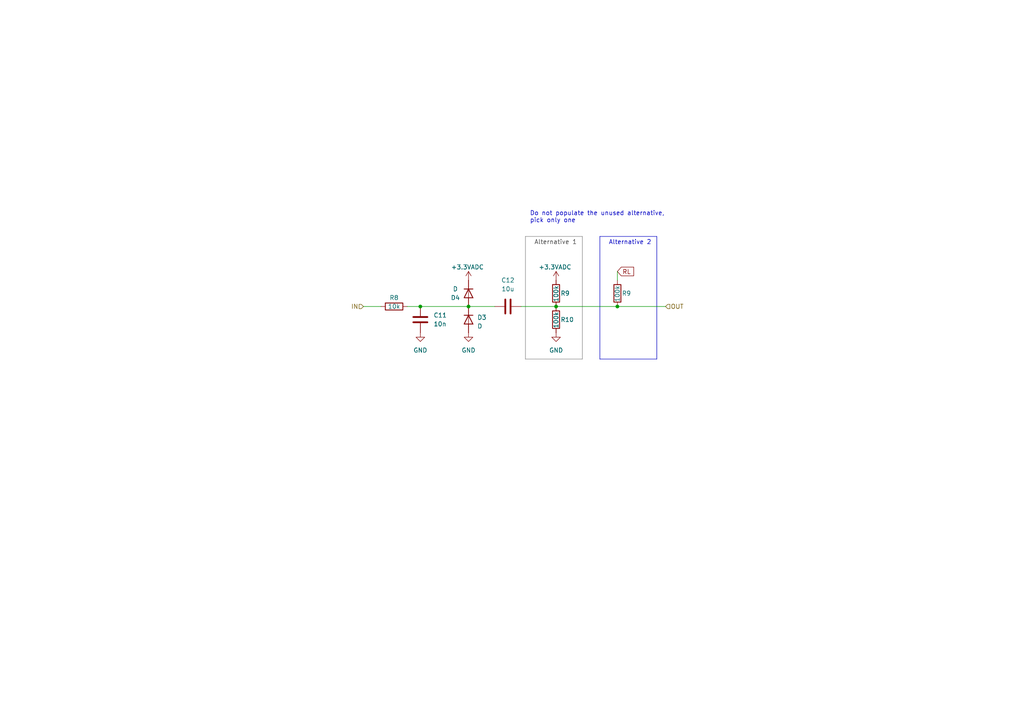
<source format=kicad_sch>
(kicad_sch (version 20230121) (generator eeschema)
  (paper "A4")
  (title_block (title "ECG electrode input filter") (date "2023-03-19") (rev "000") (company "[JS]"))
  (lib_symbols
    (symbol "Device:C" (pin_numbers hide) (pin_names (offset 0.254))
      (property "Reference" "C" (at 0.635 2.54 0))
      (property "Value" "C" (at 0.635 -2.54 0))
      (symbol "C_0_1"
        (polyline (pts (xy -2.032 -0.762) (xy 2.032 -0.762)) (stroke (width 0.508)))
        (polyline (pts (xy -2.032 0.762) (xy 2.032 0.762)) (stroke (width 0.508)))
      )
      (symbol "C_1_1"
        (pin passive line (at 0 3.81 270) (length 2.794) (name "~") (number "1"))
        (pin passive line (at 0 -3.81 90) (length 2.794) (name "~") (number "2"))
      )
    )
    (symbol "Device:D" (pin_numbers hide) (pin_names (offset 1.016) hide)
      (property "Reference" "D" (at 0 2.54 0))
      (property "Value" "D" (at 0 -2.54 0))
      (symbol "D_0_1"
        (polyline (pts (xy -1.27 1.27) (xy -1.27 -1.27)) (stroke (width 0.254)))
        (polyline (pts (xy 1.27 0) (xy -1.27 0)))
        (polyline (pts (xy 1.27 1.27) (xy 1.27 -1.27) (xy -1.27 0) (xy 1.27 1.27)) (stroke (width 0.254)))
      )
      (symbol "D_1_1"
        (pin passive line (at -3.81 0 0) (length 2.54) (name "K") (number "1"))
        (pin passive line (at 3.81 0 180) (length 2.54) (name "A") (number "2"))
      )
    )
    (symbol "Device:R" (pin_numbers hide) (pin_names (offset 0))
      (property "Reference" "R" (at 2.032 0 90))
      (property "Value" "R" (at 0 0 90))
      (symbol "R_0_1"
        (rectangle (start -1.016 -2.54) (end 1.016 2.54) (stroke (width 0.254)))
      )
      (symbol "R_1_1"
        (pin passive line (at 0 3.81 270) (length 1.27) (name "~") (number "1"))
        (pin passive line (at 0 -3.81 90) (length 1.27) (name "~") (number "2"))
      )
    )
    (symbol "power:+3.3VADC" (power) (pin_names (offset 0))
      (property "Value" "+3.3VADC" (at 0 2.54 0))
      (symbol "+3.3VADC_0_0"
        (pin power_in line (at 0 0 90) (length 0) hide (name "+3.3VADC") (number "1"))
      )
      (symbol "+3.3VADC_0_1"
        (polyline (pts (xy -0.762 1.27) (xy 0 2.54)))
        (polyline (pts (xy 0 0) (xy 0 2.54)))
        (polyline (pts (xy 0 2.54) (xy 0.762 1.27)))
      )
    )
    (symbol "power:GND" (power) (pin_names (offset 0))
      (property "Value" "GND" (at 0 -3.81 0))
      (symbol "GND_0_1"
        (polyline (pts (xy 0 0) (xy 0 -1.27) (xy 1.27 -1.27) (xy 0 -2.54) (xy -1.27 -1.27) (xy 0 -1.27)))
      )
      (symbol "GND_1_1"
        (pin power_in line (at 0 0 270) (length 0) hide (name "GND") (number "1"))
      )
    )
  )
  (junction (at 179.07 88.9))
  (junction (at 161.29 88.9))
  (junction (at 121.92 88.9))
  (junction (at 135.89 88.9))
  (wire (pts (xy 135.89 88.9) (xy 143.51 88.9)))
  (wire (pts (xy 179.07 88.9) (xy 193.04 88.9)))
  (wire (pts (xy 118.11 88.9) (xy 121.92 88.9)))
  (polyline (pts (xy 190.5 104.14) (xy 190.5 68.58)))
  (wire (pts (xy 105.41 88.9) (xy 110.49 88.9)))
  (wire (pts (xy 161.29 88.9) (xy 179.07 88.9)))
  (polyline (pts (xy 168.91 104.14) (xy 168.91 68.58)) (stroke (width 0) (color 132 132 132 1)))
  (wire (pts (xy 179.07 78.74) (xy 179.07 81.28)))
  (polyline (pts (xy 152.4 104.14) (xy 168.91 104.14)) (stroke (width 0) (color 132 132 132 1)))
  (polyline (pts (xy 173.99 68.58) (xy 173.99 104.14)))
  (polyline (pts (xy 173.99 68.58) (xy 190.5 68.58)))
  (wire (pts (xy 121.92 88.9) (xy 135.89 88.9)))
  (polyline (pts (xy 173.99 104.14) (xy 190.5 104.14)))
  (polyline (pts (xy 152.4 68.58) (xy 168.91 68.58)) (stroke (width 0) (color 132 132 132 1)))
  (wire (pts (xy 151.13 88.9) (xy 161.29 88.9)))
  (polyline (pts (xy 152.4 68.58) (xy 152.4 104.14)) (stroke (width 0) (color 132 132 132 1)))
  (text "Alternative 1" (at 154.94 71.12 0) (effects (font (size 1.27 1.27)) (justify left bottom)))
  (text "Alternative 2" (at 176.53 71.12 0) (effects (font (size 1.27 1.27)) (justify left bottom)))
  (text "Do not populate the unused alternative,\npick only one" (at 153.67 64.77 0) (effects (font (size 1.27 1.27)) (justify left bottom)))
  (global_label "RL" (shape input) (at 179.07 78.74 0) (property "Intersheetrefs" "${INTERSHEET_REFS}" (effects hide)))
  (hierarchical_label "IN" (shape input) (at 105.41 88.9 180))
  (hierarchical_label "OUT" (shape input) (at 193.04 88.9 0))
  (symbol (lib_id "Device:R") (at 179.07 85.09 0) (unit 1)
    (property "Reference" "R9" (at 180.34 85.09 0) (effects (justify left)))
    (property "Value" "100k" (at 179.07 87.63 90) (effects (justify left)))
    (property "Footprint" "Resistor_SMD:R_0805_2012Metric" (effects hide))
    (instances (project "SimpleECG_v0" (path "" (reference "R9") (unit 1)) (path "" (reference "R39") (unit 1)) (path "" (reference "R40") (unit 1)) (path "" (reference "R41") (unit 1)) (path "" (reference "R42") (unit 1)) (path "" (reference "R43") (unit 1)) (path "" (reference "R44") (unit 1)) (path "" (reference "R45") (unit 1)) (path "" (reference "R46") (unit 1)) (path "" (reference "R47") (unit 1))))
  )
  (symbol (lib_id "power:GND") (at 121.92 96.52 0) (unit 1)
    (property "Reference" "#PWR021" (effects hide))
    (property "Value" "GND" (at 121.92 101.6 0))
    (instances (project "SimpleECG_v0" (path "" (reference "#PWR021") (unit 1)) (path "" (reference "#PWR020") (unit 1)) (path "" (reference "#PWR025") (unit 1)) (path "" (reference "#PWR030") (unit 1)) (path "" (reference "#PWR035") (unit 1)) (path "" (reference "#PWR040") (unit 1)) (path "" (reference "#PWR045") (unit 1)) (path "" (reference "#PWR050") (unit 1)) (path "" (reference "#PWR055") (unit 1)) (path "" (reference "#PWR060") (unit 1))))
  )
  (symbol (lib_id "power:+3.3VADC") (at 161.29 81.28 0) (unit 1)
    (property "Reference" "#PWR024" (effects hide))
    (property "Value" "+3.3VADC" (at 156.21 77.47 0) (effects (justify left)))
    (instances (project "SimpleECG_v0" (path "" (reference "#PWR024") (unit 1)) (path "" (reference "#PWR023") (unit 1)) (path "" (reference "#PWR028") (unit 1)) (path "" (reference "#PWR033") (unit 1)) (path "" (reference "#PWR038") (unit 1)) (path "" (reference "#PWR043") (unit 1)) (path "" (reference "#PWR048") (unit 1)) (path "" (reference "#PWR053") (unit 1)) (path "" (reference "#PWR058") (unit 1)) (path "" (reference "#PWR063") (unit 1))))
  )
  (symbol (lib_id "Device:C") (at 147.32 88.9 90) (unit 1)
    (property "Reference" "C12" (at 147.32 81.28 90))
    (property "Value" "10u" (at 147.32 83.82 90))
    (property "Footprint" "Capacitor_SMD:C_0805_2012Metric" (effects hide))
    (instances (project "SimpleECG_v0" (path "" (reference "C12") (unit 1)) (path "" (reference "C12") (unit 1)) (path "" (reference "C14") (unit 1)) (path "" (reference "C16") (unit 1)) (path "" (reference "C18") (unit 1)) (path "" (reference "C20") (unit 1)) (path "" (reference "C22") (unit 1)) (path "" (reference "C24") (unit 1)) (path "" (reference "C26") (unit 1)) (path "" (reference "C28") (unit 1))))
  )
  (symbol (lib_id "Device:D") (at 135.89 92.71 270) (unit 1)
    (property "Reference" "D3" (at 138.43 92.075 90) (effects (justify left)))
    (property "Value" "D" (at 138.43 94.615 90) (effects (justify left)))
    (property "Footprint" "Diode_SMD:D_0805_2012Metric" (effects hide))
    (property "Sim.Device" "D" (effects hide))
    (property "Sim.Pins" "1=K 2=A" (effects hide))
    (instances (project "SimpleECG_v0" (path "" (reference "D3") (unit 1)) (path "" (reference "D4") (unit 1)) (path "" (reference "D6") (unit 1)) (path "" (reference "D8") (unit 1)) (path "" (reference "D10") (unit 1)) (path "" (reference "D12") (unit 1)) (path "" (reference "D14") (unit 1)) (path "" (reference "D16") (unit 1)) (path "" (reference "D18") (unit 1)) (path "" (reference "D20") (unit 1))))
  )
  (symbol (lib_id "power:GND") (at 161.29 96.52 0) (unit 1)
    (property "Reference" "#PWR025" (effects hide))
    (property "Value" "GND" (at 161.29 101.6 0))
    (instances (project "SimpleECG_v0" (path "" (reference "#PWR025") (unit 1)) (path "" (reference "#PWR024") (unit 1)) (path "" (reference "#PWR029") (unit 1)) (path "" (reference "#PWR034") (unit 1)) (path "" (reference "#PWR039") (unit 1)) (path "" (reference "#PWR044") (unit 1)) (path "" (reference "#PWR049") (unit 1)) (path "" (reference "#PWR054") (unit 1)) (path "" (reference "#PWR059") (unit 1)) (path "" (reference "#PWR064") (unit 1))))
  )
  (symbol (lib_id "Device:D") (at 135.89 85.09 270) (unit 1)
    (property "Reference" "D4" (at 132.08 86.36 90))
    (property "Value" "D" (at 132.08 83.82 90))
    (property "Footprint" "Diode_SMD:D_0805_2012Metric" (effects hide))
    (property "Sim.Device" "D" (effects hide))
    (property "Sim.Pins" "1=K 2=A" (effects hide))
    (instances (project "SimpleECG_v0" (path "" (reference "D4") (unit 1)) (path "" (reference "D3") (unit 1)) (path "" (reference "D5") (unit 1)) (path "" (reference "D7") (unit 1)) (path "" (reference "D9") (unit 1)) (path "" (reference "D11") (unit 1)) (path "" (reference "D13") (unit 1)) (path "" (reference "D15") (unit 1)) (path "" (reference "D17") (unit 1)) (path "" (reference "D19") (unit 1))))
  )
  (symbol (lib_id "Device:R") (at 114.3 88.9 90) (unit 1)
    (property "Reference" "R8" (at 114.3 86.36 90))
    (property "Value" "10k" (at 114.3 88.9 90))
    (property "Footprint" "Resistor_SMD:R_0805_2012Metric" (effects hide))
    (instances (project "SimpleECG_v0" (path "" (reference "R8") (unit 1)) (path "" (reference "R8") (unit 1)) (path "" (reference "R11") (unit 1)) (path "" (reference "R14") (unit 1)) (path "" (reference "R17") (unit 1)) (path "" (reference "R20") (unit 1)) (path "" (reference "R23") (unit 1)) (path "" (reference "R26") (unit 1)) (path "" (reference "R29") (unit 1)) (path "" (reference "R32") (unit 1))))
  )
  (symbol (lib_id "Device:C") (at 121.92 92.71 0) (unit 1)
    (property "Reference" "C11" (at 125.73 91.44 0) (effects (justify left)))
    (property "Value" "10n" (at 125.73 93.98 0) (effects (justify left)))
    (property "Footprint" "Capacitor_SMD:C_0805_2012Metric" (effects hide))
    (instances (project "SimpleECG_v0" (path "" (reference "C11") (unit 1)) (path "" (reference "C11") (unit 1)) (path "" (reference "C13") (unit 1)) (path "" (reference "C15") (unit 1)) (path "" (reference "C17") (unit 1)) (path "" (reference "C19") (unit 1)) (path "" (reference "C21") (unit 1)) (path "" (reference "C23") (unit 1)) (path "" (reference "C25") (unit 1)) (path "" (reference "C27") (unit 1))))
  )
  (symbol (lib_id "power:+3.3VADC") (at 135.89 81.28 0) (unit 1)
    (property "Reference" "#PWR023" (effects hide))
    (property "Value" "+3.3VADC" (at 130.81 77.47 0) (effects (justify left)))
    (instances (project "SimpleECG_v0" (path "" (reference "#PWR023") (unit 1)) (path "" (reference "#PWR021") (unit 1)) (path "" (reference "#PWR026") (unit 1)) (path "" (reference "#PWR031") (unit 1)) (path "" (reference "#PWR036") (unit 1)) (path "" (reference "#PWR041") (unit 1)) (path "" (reference "#PWR046") (unit 1)) (path "" (reference "#PWR051") (unit 1)) (path "" (reference "#PWR056") (unit 1)) (path "" (reference "#PWR061") (unit 1))))
  )
  (symbol (lib_id "Device:R") (at 161.29 92.71 0) (unit 1)
    (property "Reference" "R10" (at 162.56 92.71 0) (effects (justify left)))
    (property "Value" "100k" (at 161.29 95.25 90) (effects (justify left)))
    (property "Footprint" "Resistor_SMD:R_0805_2012Metric" (effects hide))
    (instances (project "SimpleECG_v0" (path "" (reference "R10") (unit 1)) (path "" (reference "R10") (unit 1)) (path "" (reference "R13") (unit 1)) (path "" (reference "R16") (unit 1)) (path "" (reference "R19") (unit 1)) (path "" (reference "R22") (unit 1)) (path "" (reference "R25") (unit 1)) (path "" (reference "R28") (unit 1)) (path "" (reference "R31") (unit 1)) (path "" (reference "R34") (unit 1))))
  )
  (symbol (lib_id "power:GND") (at 135.89 96.52 0) (unit 1)
    (property "Reference" "#PWR022" (effects hide))
    (property "Value" "GND" (at 135.89 101.6 0))
    (instances (project "SimpleECG_v0" (path "" (reference "#PWR022") (unit 1)) (path "" (reference "#PWR022") (unit 1)) (path "" (reference "#PWR027") (unit 1)) (path "" (reference "#PWR032") (unit 1)) (path "" (reference "#PWR037") (unit 1)) (path "" (reference "#PWR042") (unit 1)) (path "" (reference "#PWR047") (unit 1)) (path "" (reference "#PWR052") (unit 1)) (path "" (reference "#PWR057") (unit 1)) (path "" (reference "#PWR062") (unit 1))))
  )
  (symbol (lib_id "Device:R") (at 161.29 85.09 0) (unit 1)
    (property "Reference" "R9" (at 162.56 85.09 0) (effects (justify left)))
    (property "Value" "100k" (at 161.29 87.63 90) (effects (justify left)))
    (property "Footprint" "Resistor_SMD:R_0805_2012Metric" (effects hide))
    (instances (project "SimpleECG_v0" (path "" (reference "R9") (unit 1)) (path "" (reference "R9") (unit 1)) (path "" (reference "R12") (unit 1)) (path "" (reference "R15") (unit 1)) (path "" (reference "R18") (unit 1)) (path "" (reference "R21") (unit 1)) (path "" (reference "R24") (unit 1)) (path "" (reference "R27") (unit 1)) (path "" (reference "R30") (unit 1)) (path "" (reference "R33") (unit 1))))
  )
)
</source>
